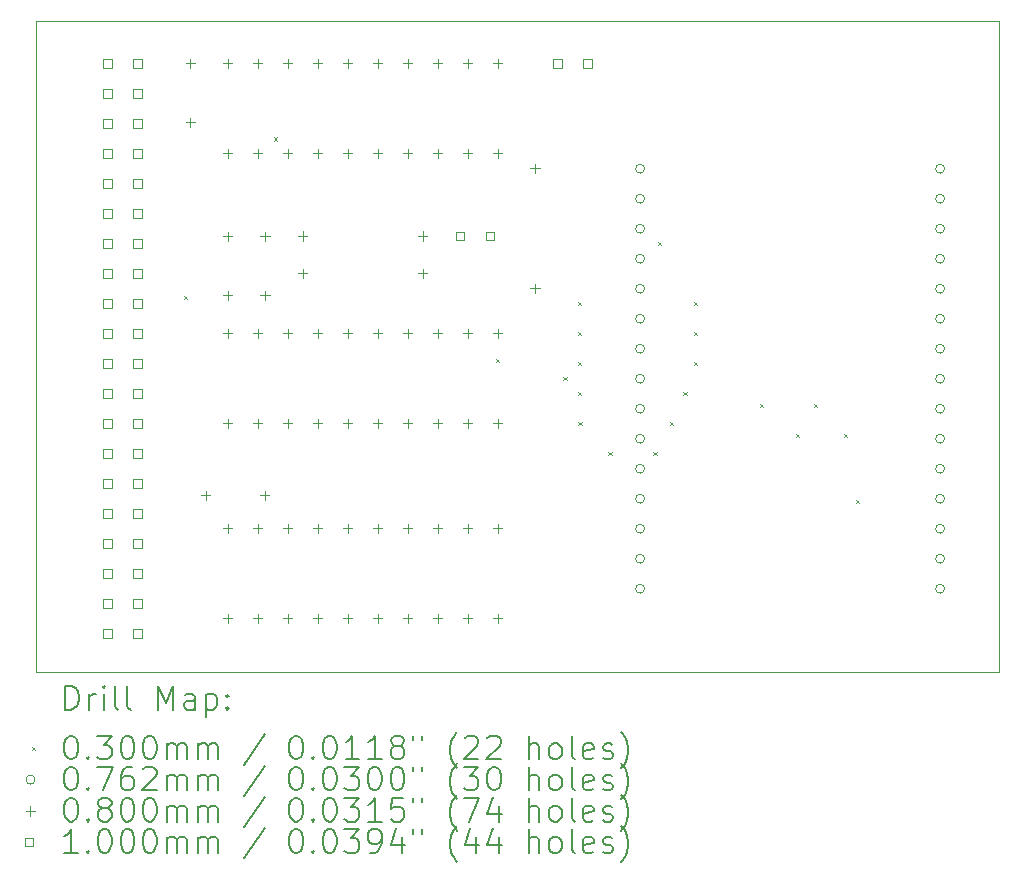
<source format=gbr>
%TF.GenerationSoftware,KiCad,Pcbnew,(6.0.8-1)-1*%
%TF.CreationDate,2022-10-09T21:52:32-07:00*%
%TF.ProjectId,PCB,5043422e-6b69-4636-9164-5f7063625858,rev?*%
%TF.SameCoordinates,Original*%
%TF.FileFunction,Drillmap*%
%TF.FilePolarity,Positive*%
%FSLAX45Y45*%
G04 Gerber Fmt 4.5, Leading zero omitted, Abs format (unit mm)*
G04 Created by KiCad (PCBNEW (6.0.8-1)-1) date 2022-10-09 21:52:32*
%MOMM*%
%LPD*%
G01*
G04 APERTURE LIST*
%ADD10C,0.100000*%
%ADD11C,0.200000*%
%ADD12C,0.030000*%
%ADD13C,0.076200*%
%ADD14C,0.080000*%
G04 APERTURE END LIST*
D10*
X4470400Y-6502400D02*
X12623800Y-6502400D01*
X12623800Y-6502400D02*
X12623800Y-12014200D01*
X12623800Y-12014200D02*
X4470400Y-12014200D01*
X4470400Y-12014200D02*
X4470400Y-6502400D01*
D11*
D12*
X5725400Y-8824200D02*
X5755400Y-8854200D01*
X5755400Y-8824200D02*
X5725400Y-8854200D01*
X6487400Y-7481750D02*
X6517400Y-7511750D01*
X6517400Y-7481750D02*
X6487400Y-7511750D01*
X8367000Y-9357600D02*
X8397000Y-9387600D01*
X8397000Y-9357600D02*
X8367000Y-9387600D01*
X8938500Y-9510000D02*
X8968500Y-9540000D01*
X8968500Y-9510000D02*
X8938500Y-9540000D01*
X9059050Y-8875000D02*
X9089050Y-8905000D01*
X9089050Y-8875000D02*
X9059050Y-8905000D01*
X9059050Y-9129000D02*
X9089050Y-9159000D01*
X9089050Y-9129000D02*
X9059050Y-9159000D01*
X9059050Y-9383000D02*
X9089050Y-9413000D01*
X9089050Y-9383000D02*
X9059050Y-9413000D01*
X9059050Y-9637000D02*
X9089050Y-9667000D01*
X9089050Y-9637000D02*
X9059050Y-9667000D01*
X9065500Y-9891000D02*
X9095500Y-9921000D01*
X9095500Y-9891000D02*
X9065500Y-9921000D01*
X9319500Y-10145000D02*
X9349500Y-10175000D01*
X9349500Y-10145000D02*
X9319500Y-10175000D01*
X9700500Y-10145000D02*
X9730500Y-10175000D01*
X9730500Y-10145000D02*
X9700500Y-10175000D01*
X9738600Y-8367000D02*
X9768600Y-8397000D01*
X9768600Y-8367000D02*
X9738600Y-8397000D01*
X9840200Y-9891000D02*
X9870200Y-9921000D01*
X9870200Y-9891000D02*
X9840200Y-9921000D01*
X9954500Y-9637000D02*
X9984500Y-9667000D01*
X9984500Y-9637000D02*
X9954500Y-9667000D01*
X10043400Y-8875000D02*
X10073400Y-8905000D01*
X10073400Y-8875000D02*
X10043400Y-8905000D01*
X10043400Y-9129000D02*
X10073400Y-9159000D01*
X10073400Y-9129000D02*
X10043400Y-9159000D01*
X10043400Y-9383000D02*
X10073400Y-9413000D01*
X10073400Y-9383000D02*
X10043400Y-9413000D01*
X10602200Y-9738600D02*
X10632200Y-9768600D01*
X10632200Y-9738600D02*
X10602200Y-9768600D01*
X10907000Y-9992600D02*
X10937000Y-10022600D01*
X10937000Y-9992600D02*
X10907000Y-10022600D01*
X11059400Y-9738600D02*
X11089400Y-9768600D01*
X11089400Y-9738600D02*
X11059400Y-9768600D01*
X11313400Y-9992600D02*
X11343400Y-10022600D01*
X11343400Y-9992600D02*
X11313400Y-10022600D01*
X11415000Y-10551400D02*
X11445000Y-10581400D01*
X11445000Y-10551400D02*
X11415000Y-10581400D01*
D13*
X9626600Y-7749500D02*
G75*
G03*
X9626600Y-7749500I-38100J0D01*
G01*
X9626600Y-8003500D02*
G75*
G03*
X9626600Y-8003500I-38100J0D01*
G01*
X9626600Y-8257500D02*
G75*
G03*
X9626600Y-8257500I-38100J0D01*
G01*
X9626600Y-8511500D02*
G75*
G03*
X9626600Y-8511500I-38100J0D01*
G01*
X9626600Y-8765500D02*
G75*
G03*
X9626600Y-8765500I-38100J0D01*
G01*
X9626600Y-9019500D02*
G75*
G03*
X9626600Y-9019500I-38100J0D01*
G01*
X9626600Y-9273500D02*
G75*
G03*
X9626600Y-9273500I-38100J0D01*
G01*
X9626600Y-9527500D02*
G75*
G03*
X9626600Y-9527500I-38100J0D01*
G01*
X9626600Y-9781500D02*
G75*
G03*
X9626600Y-9781500I-38100J0D01*
G01*
X9626600Y-10035500D02*
G75*
G03*
X9626600Y-10035500I-38100J0D01*
G01*
X9626600Y-10289500D02*
G75*
G03*
X9626600Y-10289500I-38100J0D01*
G01*
X9626600Y-10543500D02*
G75*
G03*
X9626600Y-10543500I-38100J0D01*
G01*
X9626600Y-10797500D02*
G75*
G03*
X9626600Y-10797500I-38100J0D01*
G01*
X9626600Y-11051500D02*
G75*
G03*
X9626600Y-11051500I-38100J0D01*
G01*
X9626600Y-11305500D02*
G75*
G03*
X9626600Y-11305500I-38100J0D01*
G01*
X12166600Y-7749500D02*
G75*
G03*
X12166600Y-7749500I-38100J0D01*
G01*
X12166600Y-8003500D02*
G75*
G03*
X12166600Y-8003500I-38100J0D01*
G01*
X12166600Y-8257500D02*
G75*
G03*
X12166600Y-8257500I-38100J0D01*
G01*
X12166600Y-8511500D02*
G75*
G03*
X12166600Y-8511500I-38100J0D01*
G01*
X12166600Y-8765500D02*
G75*
G03*
X12166600Y-8765500I-38100J0D01*
G01*
X12166600Y-9019500D02*
G75*
G03*
X12166600Y-9019500I-38100J0D01*
G01*
X12166600Y-9273500D02*
G75*
G03*
X12166600Y-9273500I-38100J0D01*
G01*
X12166600Y-9527500D02*
G75*
G03*
X12166600Y-9527500I-38100J0D01*
G01*
X12166600Y-9781500D02*
G75*
G03*
X12166600Y-9781500I-38100J0D01*
G01*
X12166600Y-10035500D02*
G75*
G03*
X12166600Y-10035500I-38100J0D01*
G01*
X12166600Y-10289500D02*
G75*
G03*
X12166600Y-10289500I-38100J0D01*
G01*
X12166600Y-10543500D02*
G75*
G03*
X12166600Y-10543500I-38100J0D01*
G01*
X12166600Y-10797500D02*
G75*
G03*
X12166600Y-10797500I-38100J0D01*
G01*
X12166600Y-11051500D02*
G75*
G03*
X12166600Y-11051500I-38100J0D01*
G01*
X12166600Y-11305500D02*
G75*
G03*
X12166600Y-11305500I-38100J0D01*
G01*
D14*
X5780000Y-6818000D02*
X5780000Y-6898000D01*
X5740000Y-6858000D02*
X5820000Y-6858000D01*
X5780000Y-7318000D02*
X5780000Y-7398000D01*
X5740000Y-7358000D02*
X5820000Y-7358000D01*
X5909500Y-10475600D02*
X5909500Y-10555600D01*
X5869500Y-10515600D02*
X5949500Y-10515600D01*
X6096000Y-6818000D02*
X6096000Y-6898000D01*
X6056000Y-6858000D02*
X6136000Y-6858000D01*
X6096000Y-7580000D02*
X6096000Y-7660000D01*
X6056000Y-7620000D02*
X6136000Y-7620000D01*
X6096000Y-8282500D02*
X6096000Y-8362500D01*
X6056000Y-8322500D02*
X6136000Y-8322500D01*
X6096000Y-8782500D02*
X6096000Y-8862500D01*
X6056000Y-8822500D02*
X6136000Y-8822500D01*
X6096000Y-10754000D02*
X6096000Y-10834000D01*
X6056000Y-10794000D02*
X6136000Y-10794000D01*
X6096000Y-11516000D02*
X6096000Y-11596000D01*
X6056000Y-11556000D02*
X6136000Y-11556000D01*
X6096500Y-9103000D02*
X6096500Y-9183000D01*
X6056500Y-9143000D02*
X6136500Y-9143000D01*
X6096500Y-9865000D02*
X6096500Y-9945000D01*
X6056500Y-9905000D02*
X6136500Y-9905000D01*
X6350000Y-6818000D02*
X6350000Y-6898000D01*
X6310000Y-6858000D02*
X6390000Y-6858000D01*
X6350000Y-7580000D02*
X6350000Y-7660000D01*
X6310000Y-7620000D02*
X6390000Y-7620000D01*
X6350000Y-10754000D02*
X6350000Y-10834000D01*
X6310000Y-10794000D02*
X6390000Y-10794000D01*
X6350000Y-11516000D02*
X6350000Y-11596000D01*
X6310000Y-11556000D02*
X6390000Y-11556000D01*
X6350500Y-9103000D02*
X6350500Y-9183000D01*
X6310500Y-9143000D02*
X6390500Y-9143000D01*
X6350500Y-9865000D02*
X6350500Y-9945000D01*
X6310500Y-9905000D02*
X6390500Y-9905000D01*
X6409500Y-10475600D02*
X6409500Y-10555600D01*
X6369500Y-10515600D02*
X6449500Y-10515600D01*
X6413500Y-8282500D02*
X6413500Y-8362500D01*
X6373500Y-8322500D02*
X6453500Y-8322500D01*
X6413500Y-8782500D02*
X6413500Y-8862500D01*
X6373500Y-8822500D02*
X6453500Y-8822500D01*
X6604000Y-6818000D02*
X6604000Y-6898000D01*
X6564000Y-6858000D02*
X6644000Y-6858000D01*
X6604000Y-7580000D02*
X6604000Y-7660000D01*
X6564000Y-7620000D02*
X6644000Y-7620000D01*
X6604000Y-10754000D02*
X6604000Y-10834000D01*
X6564000Y-10794000D02*
X6644000Y-10794000D01*
X6604000Y-11516000D02*
X6604000Y-11596000D01*
X6564000Y-11556000D02*
X6644000Y-11556000D01*
X6604500Y-9103000D02*
X6604500Y-9183000D01*
X6564500Y-9143000D02*
X6644500Y-9143000D01*
X6604500Y-9865000D02*
X6604500Y-9945000D01*
X6564500Y-9905000D02*
X6644500Y-9905000D01*
X6731000Y-8278500D02*
X6731000Y-8358500D01*
X6691000Y-8318500D02*
X6771000Y-8318500D01*
X6731000Y-8596000D02*
X6731000Y-8676000D01*
X6691000Y-8636000D02*
X6771000Y-8636000D01*
X6858000Y-6818000D02*
X6858000Y-6898000D01*
X6818000Y-6858000D02*
X6898000Y-6858000D01*
X6858000Y-7580000D02*
X6858000Y-7660000D01*
X6818000Y-7620000D02*
X6898000Y-7620000D01*
X6858000Y-10754000D02*
X6858000Y-10834000D01*
X6818000Y-10794000D02*
X6898000Y-10794000D01*
X6858000Y-11516000D02*
X6858000Y-11596000D01*
X6818000Y-11556000D02*
X6898000Y-11556000D01*
X6858500Y-9103000D02*
X6858500Y-9183000D01*
X6818500Y-9143000D02*
X6898500Y-9143000D01*
X6858500Y-9865000D02*
X6858500Y-9945000D01*
X6818500Y-9905000D02*
X6898500Y-9905000D01*
X7112000Y-6818000D02*
X7112000Y-6898000D01*
X7072000Y-6858000D02*
X7152000Y-6858000D01*
X7112000Y-7580000D02*
X7112000Y-7660000D01*
X7072000Y-7620000D02*
X7152000Y-7620000D01*
X7112000Y-10754000D02*
X7112000Y-10834000D01*
X7072000Y-10794000D02*
X7152000Y-10794000D01*
X7112000Y-11516000D02*
X7112000Y-11596000D01*
X7072000Y-11556000D02*
X7152000Y-11556000D01*
X7112500Y-9103000D02*
X7112500Y-9183000D01*
X7072500Y-9143000D02*
X7152500Y-9143000D01*
X7112500Y-9865000D02*
X7112500Y-9945000D01*
X7072500Y-9905000D02*
X7152500Y-9905000D01*
X7366000Y-6818000D02*
X7366000Y-6898000D01*
X7326000Y-6858000D02*
X7406000Y-6858000D01*
X7366000Y-7580000D02*
X7366000Y-7660000D01*
X7326000Y-7620000D02*
X7406000Y-7620000D01*
X7366000Y-10754000D02*
X7366000Y-10834000D01*
X7326000Y-10794000D02*
X7406000Y-10794000D01*
X7366000Y-11516000D02*
X7366000Y-11596000D01*
X7326000Y-11556000D02*
X7406000Y-11556000D01*
X7366500Y-9103000D02*
X7366500Y-9183000D01*
X7326500Y-9143000D02*
X7406500Y-9143000D01*
X7366500Y-9865000D02*
X7366500Y-9945000D01*
X7326500Y-9905000D02*
X7406500Y-9905000D01*
X7620000Y-6818000D02*
X7620000Y-6898000D01*
X7580000Y-6858000D02*
X7660000Y-6858000D01*
X7620000Y-7580000D02*
X7620000Y-7660000D01*
X7580000Y-7620000D02*
X7660000Y-7620000D01*
X7620000Y-10754000D02*
X7620000Y-10834000D01*
X7580000Y-10794000D02*
X7660000Y-10794000D01*
X7620000Y-11516000D02*
X7620000Y-11596000D01*
X7580000Y-11556000D02*
X7660000Y-11556000D01*
X7620500Y-9103000D02*
X7620500Y-9183000D01*
X7580500Y-9143000D02*
X7660500Y-9143000D01*
X7620500Y-9865000D02*
X7620500Y-9945000D01*
X7580500Y-9905000D02*
X7660500Y-9905000D01*
X7747000Y-8278500D02*
X7747000Y-8358500D01*
X7707000Y-8318500D02*
X7787000Y-8318500D01*
X7747000Y-8596000D02*
X7747000Y-8676000D01*
X7707000Y-8636000D02*
X7787000Y-8636000D01*
X7874000Y-6818000D02*
X7874000Y-6898000D01*
X7834000Y-6858000D02*
X7914000Y-6858000D01*
X7874000Y-7580000D02*
X7874000Y-7660000D01*
X7834000Y-7620000D02*
X7914000Y-7620000D01*
X7874000Y-10754000D02*
X7874000Y-10834000D01*
X7834000Y-10794000D02*
X7914000Y-10794000D01*
X7874000Y-11516000D02*
X7874000Y-11596000D01*
X7834000Y-11556000D02*
X7914000Y-11556000D01*
X7874500Y-9103000D02*
X7874500Y-9183000D01*
X7834500Y-9143000D02*
X7914500Y-9143000D01*
X7874500Y-9865000D02*
X7874500Y-9945000D01*
X7834500Y-9905000D02*
X7914500Y-9905000D01*
X8128000Y-6818000D02*
X8128000Y-6898000D01*
X8088000Y-6858000D02*
X8168000Y-6858000D01*
X8128000Y-7580000D02*
X8128000Y-7660000D01*
X8088000Y-7620000D02*
X8168000Y-7620000D01*
X8128000Y-10754000D02*
X8128000Y-10834000D01*
X8088000Y-10794000D02*
X8168000Y-10794000D01*
X8128000Y-11516000D02*
X8128000Y-11596000D01*
X8088000Y-11556000D02*
X8168000Y-11556000D01*
X8128500Y-9103000D02*
X8128500Y-9183000D01*
X8088500Y-9143000D02*
X8168500Y-9143000D01*
X8128500Y-9865000D02*
X8128500Y-9945000D01*
X8088500Y-9905000D02*
X8168500Y-9905000D01*
X8382000Y-6818000D02*
X8382000Y-6898000D01*
X8342000Y-6858000D02*
X8422000Y-6858000D01*
X8382000Y-7580000D02*
X8382000Y-7660000D01*
X8342000Y-7620000D02*
X8422000Y-7620000D01*
X8382000Y-10754000D02*
X8382000Y-10834000D01*
X8342000Y-10794000D02*
X8422000Y-10794000D01*
X8382000Y-11516000D02*
X8382000Y-11596000D01*
X8342000Y-11556000D02*
X8422000Y-11556000D01*
X8382500Y-9103000D02*
X8382500Y-9183000D01*
X8342500Y-9143000D02*
X8422500Y-9143000D01*
X8382500Y-9865000D02*
X8382500Y-9945000D01*
X8342500Y-9905000D02*
X8422500Y-9905000D01*
X8699500Y-7707000D02*
X8699500Y-7787000D01*
X8659500Y-7747000D02*
X8739500Y-7747000D01*
X8699500Y-8723000D02*
X8699500Y-8803000D01*
X8659500Y-8763000D02*
X8739500Y-8763000D01*
D10*
X5115356Y-6893356D02*
X5115356Y-6822644D01*
X5044644Y-6822644D01*
X5044644Y-6893356D01*
X5115356Y-6893356D01*
X5115356Y-7147356D02*
X5115356Y-7076644D01*
X5044644Y-7076644D01*
X5044644Y-7147356D01*
X5115356Y-7147356D01*
X5115356Y-7401356D02*
X5115356Y-7330644D01*
X5044644Y-7330644D01*
X5044644Y-7401356D01*
X5115356Y-7401356D01*
X5115356Y-7655356D02*
X5115356Y-7584644D01*
X5044644Y-7584644D01*
X5044644Y-7655356D01*
X5115356Y-7655356D01*
X5115356Y-7909356D02*
X5115356Y-7838644D01*
X5044644Y-7838644D01*
X5044644Y-7909356D01*
X5115356Y-7909356D01*
X5115356Y-8163356D02*
X5115356Y-8092644D01*
X5044644Y-8092644D01*
X5044644Y-8163356D01*
X5115356Y-8163356D01*
X5115356Y-8417356D02*
X5115356Y-8346644D01*
X5044644Y-8346644D01*
X5044644Y-8417356D01*
X5115356Y-8417356D01*
X5115356Y-8671356D02*
X5115356Y-8600644D01*
X5044644Y-8600644D01*
X5044644Y-8671356D01*
X5115356Y-8671356D01*
X5115356Y-8925356D02*
X5115356Y-8854644D01*
X5044644Y-8854644D01*
X5044644Y-8925356D01*
X5115356Y-8925356D01*
X5115356Y-9179356D02*
X5115356Y-9108644D01*
X5044644Y-9108644D01*
X5044644Y-9179356D01*
X5115356Y-9179356D01*
X5115356Y-9433356D02*
X5115356Y-9362644D01*
X5044644Y-9362644D01*
X5044644Y-9433356D01*
X5115356Y-9433356D01*
X5115356Y-9687356D02*
X5115356Y-9616644D01*
X5044644Y-9616644D01*
X5044644Y-9687356D01*
X5115356Y-9687356D01*
X5115356Y-9941356D02*
X5115356Y-9870644D01*
X5044644Y-9870644D01*
X5044644Y-9941356D01*
X5115356Y-9941356D01*
X5115356Y-10195356D02*
X5115356Y-10124644D01*
X5044644Y-10124644D01*
X5044644Y-10195356D01*
X5115356Y-10195356D01*
X5115356Y-10449356D02*
X5115356Y-10378644D01*
X5044644Y-10378644D01*
X5044644Y-10449356D01*
X5115356Y-10449356D01*
X5115356Y-10703356D02*
X5115356Y-10632644D01*
X5044644Y-10632644D01*
X5044644Y-10703356D01*
X5115356Y-10703356D01*
X5115356Y-10957356D02*
X5115356Y-10886644D01*
X5044644Y-10886644D01*
X5044644Y-10957356D01*
X5115356Y-10957356D01*
X5115356Y-11211356D02*
X5115356Y-11140644D01*
X5044644Y-11140644D01*
X5044644Y-11211356D01*
X5115356Y-11211356D01*
X5115356Y-11465356D02*
X5115356Y-11394644D01*
X5044644Y-11394644D01*
X5044644Y-11465356D01*
X5115356Y-11465356D01*
X5115356Y-11719356D02*
X5115356Y-11648644D01*
X5044644Y-11648644D01*
X5044644Y-11719356D01*
X5115356Y-11719356D01*
X5369356Y-6893356D02*
X5369356Y-6822644D01*
X5298644Y-6822644D01*
X5298644Y-6893356D01*
X5369356Y-6893356D01*
X5369356Y-7147356D02*
X5369356Y-7076644D01*
X5298644Y-7076644D01*
X5298644Y-7147356D01*
X5369356Y-7147356D01*
X5369356Y-7401356D02*
X5369356Y-7330644D01*
X5298644Y-7330644D01*
X5298644Y-7401356D01*
X5369356Y-7401356D01*
X5369356Y-7655356D02*
X5369356Y-7584644D01*
X5298644Y-7584644D01*
X5298644Y-7655356D01*
X5369356Y-7655356D01*
X5369356Y-7909356D02*
X5369356Y-7838644D01*
X5298644Y-7838644D01*
X5298644Y-7909356D01*
X5369356Y-7909356D01*
X5369356Y-8163356D02*
X5369356Y-8092644D01*
X5298644Y-8092644D01*
X5298644Y-8163356D01*
X5369356Y-8163356D01*
X5369356Y-8417356D02*
X5369356Y-8346644D01*
X5298644Y-8346644D01*
X5298644Y-8417356D01*
X5369356Y-8417356D01*
X5369356Y-8671356D02*
X5369356Y-8600644D01*
X5298644Y-8600644D01*
X5298644Y-8671356D01*
X5369356Y-8671356D01*
X5369356Y-8925356D02*
X5369356Y-8854644D01*
X5298644Y-8854644D01*
X5298644Y-8925356D01*
X5369356Y-8925356D01*
X5369356Y-9179356D02*
X5369356Y-9108644D01*
X5298644Y-9108644D01*
X5298644Y-9179356D01*
X5369356Y-9179356D01*
X5369356Y-9433356D02*
X5369356Y-9362644D01*
X5298644Y-9362644D01*
X5298644Y-9433356D01*
X5369356Y-9433356D01*
X5369356Y-9687356D02*
X5369356Y-9616644D01*
X5298644Y-9616644D01*
X5298644Y-9687356D01*
X5369356Y-9687356D01*
X5369356Y-9941356D02*
X5369356Y-9870644D01*
X5298644Y-9870644D01*
X5298644Y-9941356D01*
X5369356Y-9941356D01*
X5369356Y-10195356D02*
X5369356Y-10124644D01*
X5298644Y-10124644D01*
X5298644Y-10195356D01*
X5369356Y-10195356D01*
X5369356Y-10449356D02*
X5369356Y-10378644D01*
X5298644Y-10378644D01*
X5298644Y-10449356D01*
X5369356Y-10449356D01*
X5369356Y-10703356D02*
X5369356Y-10632644D01*
X5298644Y-10632644D01*
X5298644Y-10703356D01*
X5369356Y-10703356D01*
X5369356Y-10957356D02*
X5369356Y-10886644D01*
X5298644Y-10886644D01*
X5298644Y-10957356D01*
X5369356Y-10957356D01*
X5369356Y-11211356D02*
X5369356Y-11140644D01*
X5298644Y-11140644D01*
X5298644Y-11211356D01*
X5369356Y-11211356D01*
X5369356Y-11465356D02*
X5369356Y-11394644D01*
X5298644Y-11394644D01*
X5298644Y-11465356D01*
X5369356Y-11465356D01*
X5369356Y-11719356D02*
X5369356Y-11648644D01*
X5298644Y-11648644D01*
X5298644Y-11719356D01*
X5369356Y-11719356D01*
X8099356Y-8353856D02*
X8099356Y-8283144D01*
X8028644Y-8283144D01*
X8028644Y-8353856D01*
X8099356Y-8353856D01*
X8353356Y-8353856D02*
X8353356Y-8283144D01*
X8282644Y-8283144D01*
X8282644Y-8353856D01*
X8353356Y-8353856D01*
X8925356Y-6893356D02*
X8925356Y-6822644D01*
X8854644Y-6822644D01*
X8854644Y-6893356D01*
X8925356Y-6893356D01*
X9179356Y-6893356D02*
X9179356Y-6822644D01*
X9108644Y-6822644D01*
X9108644Y-6893356D01*
X9179356Y-6893356D01*
D11*
X4723019Y-12329676D02*
X4723019Y-12129676D01*
X4770638Y-12129676D01*
X4799210Y-12139200D01*
X4818257Y-12158248D01*
X4827781Y-12177295D01*
X4837305Y-12215390D01*
X4837305Y-12243962D01*
X4827781Y-12282057D01*
X4818257Y-12301105D01*
X4799210Y-12320152D01*
X4770638Y-12329676D01*
X4723019Y-12329676D01*
X4923019Y-12329676D02*
X4923019Y-12196343D01*
X4923019Y-12234438D02*
X4932543Y-12215390D01*
X4942067Y-12205867D01*
X4961114Y-12196343D01*
X4980162Y-12196343D01*
X5046829Y-12329676D02*
X5046829Y-12196343D01*
X5046829Y-12129676D02*
X5037305Y-12139200D01*
X5046829Y-12148724D01*
X5056352Y-12139200D01*
X5046829Y-12129676D01*
X5046829Y-12148724D01*
X5170638Y-12329676D02*
X5151590Y-12320152D01*
X5142067Y-12301105D01*
X5142067Y-12129676D01*
X5275400Y-12329676D02*
X5256352Y-12320152D01*
X5246829Y-12301105D01*
X5246829Y-12129676D01*
X5503971Y-12329676D02*
X5503971Y-12129676D01*
X5570638Y-12272533D01*
X5637305Y-12129676D01*
X5637305Y-12329676D01*
X5818257Y-12329676D02*
X5818257Y-12224914D01*
X5808733Y-12205867D01*
X5789686Y-12196343D01*
X5751590Y-12196343D01*
X5732543Y-12205867D01*
X5818257Y-12320152D02*
X5799209Y-12329676D01*
X5751590Y-12329676D01*
X5732543Y-12320152D01*
X5723019Y-12301105D01*
X5723019Y-12282057D01*
X5732543Y-12263009D01*
X5751590Y-12253486D01*
X5799209Y-12253486D01*
X5818257Y-12243962D01*
X5913495Y-12196343D02*
X5913495Y-12396343D01*
X5913495Y-12205867D02*
X5932543Y-12196343D01*
X5970638Y-12196343D01*
X5989686Y-12205867D01*
X5999209Y-12215390D01*
X6008733Y-12234438D01*
X6008733Y-12291581D01*
X5999209Y-12310628D01*
X5989686Y-12320152D01*
X5970638Y-12329676D01*
X5932543Y-12329676D01*
X5913495Y-12320152D01*
X6094448Y-12310628D02*
X6103971Y-12320152D01*
X6094448Y-12329676D01*
X6084924Y-12320152D01*
X6094448Y-12310628D01*
X6094448Y-12329676D01*
X6094448Y-12205867D02*
X6103971Y-12215390D01*
X6094448Y-12224914D01*
X6084924Y-12215390D01*
X6094448Y-12205867D01*
X6094448Y-12224914D01*
D12*
X4435400Y-12644200D02*
X4465400Y-12674200D01*
X4465400Y-12644200D02*
X4435400Y-12674200D01*
D11*
X4761114Y-12549676D02*
X4780162Y-12549676D01*
X4799210Y-12559200D01*
X4808733Y-12568724D01*
X4818257Y-12587771D01*
X4827781Y-12625867D01*
X4827781Y-12673486D01*
X4818257Y-12711581D01*
X4808733Y-12730628D01*
X4799210Y-12740152D01*
X4780162Y-12749676D01*
X4761114Y-12749676D01*
X4742067Y-12740152D01*
X4732543Y-12730628D01*
X4723019Y-12711581D01*
X4713495Y-12673486D01*
X4713495Y-12625867D01*
X4723019Y-12587771D01*
X4732543Y-12568724D01*
X4742067Y-12559200D01*
X4761114Y-12549676D01*
X4913495Y-12730628D02*
X4923019Y-12740152D01*
X4913495Y-12749676D01*
X4903971Y-12740152D01*
X4913495Y-12730628D01*
X4913495Y-12749676D01*
X4989686Y-12549676D02*
X5113495Y-12549676D01*
X5046829Y-12625867D01*
X5075400Y-12625867D01*
X5094448Y-12635390D01*
X5103971Y-12644914D01*
X5113495Y-12663962D01*
X5113495Y-12711581D01*
X5103971Y-12730628D01*
X5094448Y-12740152D01*
X5075400Y-12749676D01*
X5018257Y-12749676D01*
X4999210Y-12740152D01*
X4989686Y-12730628D01*
X5237305Y-12549676D02*
X5256352Y-12549676D01*
X5275400Y-12559200D01*
X5284924Y-12568724D01*
X5294448Y-12587771D01*
X5303971Y-12625867D01*
X5303971Y-12673486D01*
X5294448Y-12711581D01*
X5284924Y-12730628D01*
X5275400Y-12740152D01*
X5256352Y-12749676D01*
X5237305Y-12749676D01*
X5218257Y-12740152D01*
X5208733Y-12730628D01*
X5199210Y-12711581D01*
X5189686Y-12673486D01*
X5189686Y-12625867D01*
X5199210Y-12587771D01*
X5208733Y-12568724D01*
X5218257Y-12559200D01*
X5237305Y-12549676D01*
X5427781Y-12549676D02*
X5446829Y-12549676D01*
X5465876Y-12559200D01*
X5475400Y-12568724D01*
X5484924Y-12587771D01*
X5494448Y-12625867D01*
X5494448Y-12673486D01*
X5484924Y-12711581D01*
X5475400Y-12730628D01*
X5465876Y-12740152D01*
X5446829Y-12749676D01*
X5427781Y-12749676D01*
X5408733Y-12740152D01*
X5399210Y-12730628D01*
X5389686Y-12711581D01*
X5380162Y-12673486D01*
X5380162Y-12625867D01*
X5389686Y-12587771D01*
X5399210Y-12568724D01*
X5408733Y-12559200D01*
X5427781Y-12549676D01*
X5580162Y-12749676D02*
X5580162Y-12616343D01*
X5580162Y-12635390D02*
X5589686Y-12625867D01*
X5608733Y-12616343D01*
X5637305Y-12616343D01*
X5656352Y-12625867D01*
X5665876Y-12644914D01*
X5665876Y-12749676D01*
X5665876Y-12644914D02*
X5675400Y-12625867D01*
X5694448Y-12616343D01*
X5723019Y-12616343D01*
X5742067Y-12625867D01*
X5751590Y-12644914D01*
X5751590Y-12749676D01*
X5846828Y-12749676D02*
X5846828Y-12616343D01*
X5846828Y-12635390D02*
X5856352Y-12625867D01*
X5875400Y-12616343D01*
X5903971Y-12616343D01*
X5923019Y-12625867D01*
X5932543Y-12644914D01*
X5932543Y-12749676D01*
X5932543Y-12644914D02*
X5942067Y-12625867D01*
X5961114Y-12616343D01*
X5989686Y-12616343D01*
X6008733Y-12625867D01*
X6018257Y-12644914D01*
X6018257Y-12749676D01*
X6408733Y-12540152D02*
X6237305Y-12797295D01*
X6665876Y-12549676D02*
X6684924Y-12549676D01*
X6703971Y-12559200D01*
X6713495Y-12568724D01*
X6723019Y-12587771D01*
X6732543Y-12625867D01*
X6732543Y-12673486D01*
X6723019Y-12711581D01*
X6713495Y-12730628D01*
X6703971Y-12740152D01*
X6684924Y-12749676D01*
X6665876Y-12749676D01*
X6646828Y-12740152D01*
X6637305Y-12730628D01*
X6627781Y-12711581D01*
X6618257Y-12673486D01*
X6618257Y-12625867D01*
X6627781Y-12587771D01*
X6637305Y-12568724D01*
X6646828Y-12559200D01*
X6665876Y-12549676D01*
X6818257Y-12730628D02*
X6827781Y-12740152D01*
X6818257Y-12749676D01*
X6808733Y-12740152D01*
X6818257Y-12730628D01*
X6818257Y-12749676D01*
X6951590Y-12549676D02*
X6970638Y-12549676D01*
X6989686Y-12559200D01*
X6999209Y-12568724D01*
X7008733Y-12587771D01*
X7018257Y-12625867D01*
X7018257Y-12673486D01*
X7008733Y-12711581D01*
X6999209Y-12730628D01*
X6989686Y-12740152D01*
X6970638Y-12749676D01*
X6951590Y-12749676D01*
X6932543Y-12740152D01*
X6923019Y-12730628D01*
X6913495Y-12711581D01*
X6903971Y-12673486D01*
X6903971Y-12625867D01*
X6913495Y-12587771D01*
X6923019Y-12568724D01*
X6932543Y-12559200D01*
X6951590Y-12549676D01*
X7208733Y-12749676D02*
X7094448Y-12749676D01*
X7151590Y-12749676D02*
X7151590Y-12549676D01*
X7132543Y-12578248D01*
X7113495Y-12597295D01*
X7094448Y-12606819D01*
X7399209Y-12749676D02*
X7284924Y-12749676D01*
X7342067Y-12749676D02*
X7342067Y-12549676D01*
X7323019Y-12578248D01*
X7303971Y-12597295D01*
X7284924Y-12606819D01*
X7513495Y-12635390D02*
X7494448Y-12625867D01*
X7484924Y-12616343D01*
X7475400Y-12597295D01*
X7475400Y-12587771D01*
X7484924Y-12568724D01*
X7494448Y-12559200D01*
X7513495Y-12549676D01*
X7551590Y-12549676D01*
X7570638Y-12559200D01*
X7580162Y-12568724D01*
X7589686Y-12587771D01*
X7589686Y-12597295D01*
X7580162Y-12616343D01*
X7570638Y-12625867D01*
X7551590Y-12635390D01*
X7513495Y-12635390D01*
X7494448Y-12644914D01*
X7484924Y-12654438D01*
X7475400Y-12673486D01*
X7475400Y-12711581D01*
X7484924Y-12730628D01*
X7494448Y-12740152D01*
X7513495Y-12749676D01*
X7551590Y-12749676D01*
X7570638Y-12740152D01*
X7580162Y-12730628D01*
X7589686Y-12711581D01*
X7589686Y-12673486D01*
X7580162Y-12654438D01*
X7570638Y-12644914D01*
X7551590Y-12635390D01*
X7665876Y-12549676D02*
X7665876Y-12587771D01*
X7742067Y-12549676D02*
X7742067Y-12587771D01*
X8037305Y-12825867D02*
X8027781Y-12816343D01*
X8008733Y-12787771D01*
X7999209Y-12768724D01*
X7989686Y-12740152D01*
X7980162Y-12692533D01*
X7980162Y-12654438D01*
X7989686Y-12606819D01*
X7999209Y-12578248D01*
X8008733Y-12559200D01*
X8027781Y-12530628D01*
X8037305Y-12521105D01*
X8103971Y-12568724D02*
X8113495Y-12559200D01*
X8132543Y-12549676D01*
X8180162Y-12549676D01*
X8199209Y-12559200D01*
X8208733Y-12568724D01*
X8218257Y-12587771D01*
X8218257Y-12606819D01*
X8208733Y-12635390D01*
X8094448Y-12749676D01*
X8218257Y-12749676D01*
X8294448Y-12568724D02*
X8303971Y-12559200D01*
X8323019Y-12549676D01*
X8370638Y-12549676D01*
X8389686Y-12559200D01*
X8399210Y-12568724D01*
X8408733Y-12587771D01*
X8408733Y-12606819D01*
X8399210Y-12635390D01*
X8284924Y-12749676D01*
X8408733Y-12749676D01*
X8646829Y-12749676D02*
X8646829Y-12549676D01*
X8732543Y-12749676D02*
X8732543Y-12644914D01*
X8723019Y-12625867D01*
X8703971Y-12616343D01*
X8675400Y-12616343D01*
X8656352Y-12625867D01*
X8646829Y-12635390D01*
X8856352Y-12749676D02*
X8837305Y-12740152D01*
X8827781Y-12730628D01*
X8818257Y-12711581D01*
X8818257Y-12654438D01*
X8827781Y-12635390D01*
X8837305Y-12625867D01*
X8856352Y-12616343D01*
X8884924Y-12616343D01*
X8903971Y-12625867D01*
X8913495Y-12635390D01*
X8923019Y-12654438D01*
X8923019Y-12711581D01*
X8913495Y-12730628D01*
X8903971Y-12740152D01*
X8884924Y-12749676D01*
X8856352Y-12749676D01*
X9037305Y-12749676D02*
X9018257Y-12740152D01*
X9008733Y-12721105D01*
X9008733Y-12549676D01*
X9189686Y-12740152D02*
X9170638Y-12749676D01*
X9132543Y-12749676D01*
X9113495Y-12740152D01*
X9103971Y-12721105D01*
X9103971Y-12644914D01*
X9113495Y-12625867D01*
X9132543Y-12616343D01*
X9170638Y-12616343D01*
X9189686Y-12625867D01*
X9199210Y-12644914D01*
X9199210Y-12663962D01*
X9103971Y-12683009D01*
X9275400Y-12740152D02*
X9294448Y-12749676D01*
X9332543Y-12749676D01*
X9351590Y-12740152D01*
X9361114Y-12721105D01*
X9361114Y-12711581D01*
X9351590Y-12692533D01*
X9332543Y-12683009D01*
X9303971Y-12683009D01*
X9284924Y-12673486D01*
X9275400Y-12654438D01*
X9275400Y-12644914D01*
X9284924Y-12625867D01*
X9303971Y-12616343D01*
X9332543Y-12616343D01*
X9351590Y-12625867D01*
X9427781Y-12825867D02*
X9437305Y-12816343D01*
X9456352Y-12787771D01*
X9465876Y-12768724D01*
X9475400Y-12740152D01*
X9484924Y-12692533D01*
X9484924Y-12654438D01*
X9475400Y-12606819D01*
X9465876Y-12578248D01*
X9456352Y-12559200D01*
X9437305Y-12530628D01*
X9427781Y-12521105D01*
D13*
X4465400Y-12923200D02*
G75*
G03*
X4465400Y-12923200I-38100J0D01*
G01*
D11*
X4761114Y-12813676D02*
X4780162Y-12813676D01*
X4799210Y-12823200D01*
X4808733Y-12832724D01*
X4818257Y-12851771D01*
X4827781Y-12889867D01*
X4827781Y-12937486D01*
X4818257Y-12975581D01*
X4808733Y-12994628D01*
X4799210Y-13004152D01*
X4780162Y-13013676D01*
X4761114Y-13013676D01*
X4742067Y-13004152D01*
X4732543Y-12994628D01*
X4723019Y-12975581D01*
X4713495Y-12937486D01*
X4713495Y-12889867D01*
X4723019Y-12851771D01*
X4732543Y-12832724D01*
X4742067Y-12823200D01*
X4761114Y-12813676D01*
X4913495Y-12994628D02*
X4923019Y-13004152D01*
X4913495Y-13013676D01*
X4903971Y-13004152D01*
X4913495Y-12994628D01*
X4913495Y-13013676D01*
X4989686Y-12813676D02*
X5123019Y-12813676D01*
X5037305Y-13013676D01*
X5284924Y-12813676D02*
X5246829Y-12813676D01*
X5227781Y-12823200D01*
X5218257Y-12832724D01*
X5199210Y-12861295D01*
X5189686Y-12899390D01*
X5189686Y-12975581D01*
X5199210Y-12994628D01*
X5208733Y-13004152D01*
X5227781Y-13013676D01*
X5265876Y-13013676D01*
X5284924Y-13004152D01*
X5294448Y-12994628D01*
X5303971Y-12975581D01*
X5303971Y-12927962D01*
X5294448Y-12908914D01*
X5284924Y-12899390D01*
X5265876Y-12889867D01*
X5227781Y-12889867D01*
X5208733Y-12899390D01*
X5199210Y-12908914D01*
X5189686Y-12927962D01*
X5380162Y-12832724D02*
X5389686Y-12823200D01*
X5408733Y-12813676D01*
X5456352Y-12813676D01*
X5475400Y-12823200D01*
X5484924Y-12832724D01*
X5494448Y-12851771D01*
X5494448Y-12870819D01*
X5484924Y-12899390D01*
X5370638Y-13013676D01*
X5494448Y-13013676D01*
X5580162Y-13013676D02*
X5580162Y-12880343D01*
X5580162Y-12899390D02*
X5589686Y-12889867D01*
X5608733Y-12880343D01*
X5637305Y-12880343D01*
X5656352Y-12889867D01*
X5665876Y-12908914D01*
X5665876Y-13013676D01*
X5665876Y-12908914D02*
X5675400Y-12889867D01*
X5694448Y-12880343D01*
X5723019Y-12880343D01*
X5742067Y-12889867D01*
X5751590Y-12908914D01*
X5751590Y-13013676D01*
X5846828Y-13013676D02*
X5846828Y-12880343D01*
X5846828Y-12899390D02*
X5856352Y-12889867D01*
X5875400Y-12880343D01*
X5903971Y-12880343D01*
X5923019Y-12889867D01*
X5932543Y-12908914D01*
X5932543Y-13013676D01*
X5932543Y-12908914D02*
X5942067Y-12889867D01*
X5961114Y-12880343D01*
X5989686Y-12880343D01*
X6008733Y-12889867D01*
X6018257Y-12908914D01*
X6018257Y-13013676D01*
X6408733Y-12804152D02*
X6237305Y-13061295D01*
X6665876Y-12813676D02*
X6684924Y-12813676D01*
X6703971Y-12823200D01*
X6713495Y-12832724D01*
X6723019Y-12851771D01*
X6732543Y-12889867D01*
X6732543Y-12937486D01*
X6723019Y-12975581D01*
X6713495Y-12994628D01*
X6703971Y-13004152D01*
X6684924Y-13013676D01*
X6665876Y-13013676D01*
X6646828Y-13004152D01*
X6637305Y-12994628D01*
X6627781Y-12975581D01*
X6618257Y-12937486D01*
X6618257Y-12889867D01*
X6627781Y-12851771D01*
X6637305Y-12832724D01*
X6646828Y-12823200D01*
X6665876Y-12813676D01*
X6818257Y-12994628D02*
X6827781Y-13004152D01*
X6818257Y-13013676D01*
X6808733Y-13004152D01*
X6818257Y-12994628D01*
X6818257Y-13013676D01*
X6951590Y-12813676D02*
X6970638Y-12813676D01*
X6989686Y-12823200D01*
X6999209Y-12832724D01*
X7008733Y-12851771D01*
X7018257Y-12889867D01*
X7018257Y-12937486D01*
X7008733Y-12975581D01*
X6999209Y-12994628D01*
X6989686Y-13004152D01*
X6970638Y-13013676D01*
X6951590Y-13013676D01*
X6932543Y-13004152D01*
X6923019Y-12994628D01*
X6913495Y-12975581D01*
X6903971Y-12937486D01*
X6903971Y-12889867D01*
X6913495Y-12851771D01*
X6923019Y-12832724D01*
X6932543Y-12823200D01*
X6951590Y-12813676D01*
X7084924Y-12813676D02*
X7208733Y-12813676D01*
X7142067Y-12889867D01*
X7170638Y-12889867D01*
X7189686Y-12899390D01*
X7199209Y-12908914D01*
X7208733Y-12927962D01*
X7208733Y-12975581D01*
X7199209Y-12994628D01*
X7189686Y-13004152D01*
X7170638Y-13013676D01*
X7113495Y-13013676D01*
X7094448Y-13004152D01*
X7084924Y-12994628D01*
X7332543Y-12813676D02*
X7351590Y-12813676D01*
X7370638Y-12823200D01*
X7380162Y-12832724D01*
X7389686Y-12851771D01*
X7399209Y-12889867D01*
X7399209Y-12937486D01*
X7389686Y-12975581D01*
X7380162Y-12994628D01*
X7370638Y-13004152D01*
X7351590Y-13013676D01*
X7332543Y-13013676D01*
X7313495Y-13004152D01*
X7303971Y-12994628D01*
X7294448Y-12975581D01*
X7284924Y-12937486D01*
X7284924Y-12889867D01*
X7294448Y-12851771D01*
X7303971Y-12832724D01*
X7313495Y-12823200D01*
X7332543Y-12813676D01*
X7523019Y-12813676D02*
X7542067Y-12813676D01*
X7561114Y-12823200D01*
X7570638Y-12832724D01*
X7580162Y-12851771D01*
X7589686Y-12889867D01*
X7589686Y-12937486D01*
X7580162Y-12975581D01*
X7570638Y-12994628D01*
X7561114Y-13004152D01*
X7542067Y-13013676D01*
X7523019Y-13013676D01*
X7503971Y-13004152D01*
X7494448Y-12994628D01*
X7484924Y-12975581D01*
X7475400Y-12937486D01*
X7475400Y-12889867D01*
X7484924Y-12851771D01*
X7494448Y-12832724D01*
X7503971Y-12823200D01*
X7523019Y-12813676D01*
X7665876Y-12813676D02*
X7665876Y-12851771D01*
X7742067Y-12813676D02*
X7742067Y-12851771D01*
X8037305Y-13089867D02*
X8027781Y-13080343D01*
X8008733Y-13051771D01*
X7999209Y-13032724D01*
X7989686Y-13004152D01*
X7980162Y-12956533D01*
X7980162Y-12918438D01*
X7989686Y-12870819D01*
X7999209Y-12842248D01*
X8008733Y-12823200D01*
X8027781Y-12794628D01*
X8037305Y-12785105D01*
X8094448Y-12813676D02*
X8218257Y-12813676D01*
X8151590Y-12889867D01*
X8180162Y-12889867D01*
X8199209Y-12899390D01*
X8208733Y-12908914D01*
X8218257Y-12927962D01*
X8218257Y-12975581D01*
X8208733Y-12994628D01*
X8199209Y-13004152D01*
X8180162Y-13013676D01*
X8123019Y-13013676D01*
X8103971Y-13004152D01*
X8094448Y-12994628D01*
X8342067Y-12813676D02*
X8361114Y-12813676D01*
X8380162Y-12823200D01*
X8389686Y-12832724D01*
X8399210Y-12851771D01*
X8408733Y-12889867D01*
X8408733Y-12937486D01*
X8399210Y-12975581D01*
X8389686Y-12994628D01*
X8380162Y-13004152D01*
X8361114Y-13013676D01*
X8342067Y-13013676D01*
X8323019Y-13004152D01*
X8313495Y-12994628D01*
X8303971Y-12975581D01*
X8294448Y-12937486D01*
X8294448Y-12889867D01*
X8303971Y-12851771D01*
X8313495Y-12832724D01*
X8323019Y-12823200D01*
X8342067Y-12813676D01*
X8646829Y-13013676D02*
X8646829Y-12813676D01*
X8732543Y-13013676D02*
X8732543Y-12908914D01*
X8723019Y-12889867D01*
X8703971Y-12880343D01*
X8675400Y-12880343D01*
X8656352Y-12889867D01*
X8646829Y-12899390D01*
X8856352Y-13013676D02*
X8837305Y-13004152D01*
X8827781Y-12994628D01*
X8818257Y-12975581D01*
X8818257Y-12918438D01*
X8827781Y-12899390D01*
X8837305Y-12889867D01*
X8856352Y-12880343D01*
X8884924Y-12880343D01*
X8903971Y-12889867D01*
X8913495Y-12899390D01*
X8923019Y-12918438D01*
X8923019Y-12975581D01*
X8913495Y-12994628D01*
X8903971Y-13004152D01*
X8884924Y-13013676D01*
X8856352Y-13013676D01*
X9037305Y-13013676D02*
X9018257Y-13004152D01*
X9008733Y-12985105D01*
X9008733Y-12813676D01*
X9189686Y-13004152D02*
X9170638Y-13013676D01*
X9132543Y-13013676D01*
X9113495Y-13004152D01*
X9103971Y-12985105D01*
X9103971Y-12908914D01*
X9113495Y-12889867D01*
X9132543Y-12880343D01*
X9170638Y-12880343D01*
X9189686Y-12889867D01*
X9199210Y-12908914D01*
X9199210Y-12927962D01*
X9103971Y-12947009D01*
X9275400Y-13004152D02*
X9294448Y-13013676D01*
X9332543Y-13013676D01*
X9351590Y-13004152D01*
X9361114Y-12985105D01*
X9361114Y-12975581D01*
X9351590Y-12956533D01*
X9332543Y-12947009D01*
X9303971Y-12947009D01*
X9284924Y-12937486D01*
X9275400Y-12918438D01*
X9275400Y-12908914D01*
X9284924Y-12889867D01*
X9303971Y-12880343D01*
X9332543Y-12880343D01*
X9351590Y-12889867D01*
X9427781Y-13089867D02*
X9437305Y-13080343D01*
X9456352Y-13051771D01*
X9465876Y-13032724D01*
X9475400Y-13004152D01*
X9484924Y-12956533D01*
X9484924Y-12918438D01*
X9475400Y-12870819D01*
X9465876Y-12842248D01*
X9456352Y-12823200D01*
X9437305Y-12794628D01*
X9427781Y-12785105D01*
D14*
X4425400Y-13147200D02*
X4425400Y-13227200D01*
X4385400Y-13187200D02*
X4465400Y-13187200D01*
D11*
X4761114Y-13077676D02*
X4780162Y-13077676D01*
X4799210Y-13087200D01*
X4808733Y-13096724D01*
X4818257Y-13115771D01*
X4827781Y-13153867D01*
X4827781Y-13201486D01*
X4818257Y-13239581D01*
X4808733Y-13258628D01*
X4799210Y-13268152D01*
X4780162Y-13277676D01*
X4761114Y-13277676D01*
X4742067Y-13268152D01*
X4732543Y-13258628D01*
X4723019Y-13239581D01*
X4713495Y-13201486D01*
X4713495Y-13153867D01*
X4723019Y-13115771D01*
X4732543Y-13096724D01*
X4742067Y-13087200D01*
X4761114Y-13077676D01*
X4913495Y-13258628D02*
X4923019Y-13268152D01*
X4913495Y-13277676D01*
X4903971Y-13268152D01*
X4913495Y-13258628D01*
X4913495Y-13277676D01*
X5037305Y-13163390D02*
X5018257Y-13153867D01*
X5008733Y-13144343D01*
X4999210Y-13125295D01*
X4999210Y-13115771D01*
X5008733Y-13096724D01*
X5018257Y-13087200D01*
X5037305Y-13077676D01*
X5075400Y-13077676D01*
X5094448Y-13087200D01*
X5103971Y-13096724D01*
X5113495Y-13115771D01*
X5113495Y-13125295D01*
X5103971Y-13144343D01*
X5094448Y-13153867D01*
X5075400Y-13163390D01*
X5037305Y-13163390D01*
X5018257Y-13172914D01*
X5008733Y-13182438D01*
X4999210Y-13201486D01*
X4999210Y-13239581D01*
X5008733Y-13258628D01*
X5018257Y-13268152D01*
X5037305Y-13277676D01*
X5075400Y-13277676D01*
X5094448Y-13268152D01*
X5103971Y-13258628D01*
X5113495Y-13239581D01*
X5113495Y-13201486D01*
X5103971Y-13182438D01*
X5094448Y-13172914D01*
X5075400Y-13163390D01*
X5237305Y-13077676D02*
X5256352Y-13077676D01*
X5275400Y-13087200D01*
X5284924Y-13096724D01*
X5294448Y-13115771D01*
X5303971Y-13153867D01*
X5303971Y-13201486D01*
X5294448Y-13239581D01*
X5284924Y-13258628D01*
X5275400Y-13268152D01*
X5256352Y-13277676D01*
X5237305Y-13277676D01*
X5218257Y-13268152D01*
X5208733Y-13258628D01*
X5199210Y-13239581D01*
X5189686Y-13201486D01*
X5189686Y-13153867D01*
X5199210Y-13115771D01*
X5208733Y-13096724D01*
X5218257Y-13087200D01*
X5237305Y-13077676D01*
X5427781Y-13077676D02*
X5446829Y-13077676D01*
X5465876Y-13087200D01*
X5475400Y-13096724D01*
X5484924Y-13115771D01*
X5494448Y-13153867D01*
X5494448Y-13201486D01*
X5484924Y-13239581D01*
X5475400Y-13258628D01*
X5465876Y-13268152D01*
X5446829Y-13277676D01*
X5427781Y-13277676D01*
X5408733Y-13268152D01*
X5399210Y-13258628D01*
X5389686Y-13239581D01*
X5380162Y-13201486D01*
X5380162Y-13153867D01*
X5389686Y-13115771D01*
X5399210Y-13096724D01*
X5408733Y-13087200D01*
X5427781Y-13077676D01*
X5580162Y-13277676D02*
X5580162Y-13144343D01*
X5580162Y-13163390D02*
X5589686Y-13153867D01*
X5608733Y-13144343D01*
X5637305Y-13144343D01*
X5656352Y-13153867D01*
X5665876Y-13172914D01*
X5665876Y-13277676D01*
X5665876Y-13172914D02*
X5675400Y-13153867D01*
X5694448Y-13144343D01*
X5723019Y-13144343D01*
X5742067Y-13153867D01*
X5751590Y-13172914D01*
X5751590Y-13277676D01*
X5846828Y-13277676D02*
X5846828Y-13144343D01*
X5846828Y-13163390D02*
X5856352Y-13153867D01*
X5875400Y-13144343D01*
X5903971Y-13144343D01*
X5923019Y-13153867D01*
X5932543Y-13172914D01*
X5932543Y-13277676D01*
X5932543Y-13172914D02*
X5942067Y-13153867D01*
X5961114Y-13144343D01*
X5989686Y-13144343D01*
X6008733Y-13153867D01*
X6018257Y-13172914D01*
X6018257Y-13277676D01*
X6408733Y-13068152D02*
X6237305Y-13325295D01*
X6665876Y-13077676D02*
X6684924Y-13077676D01*
X6703971Y-13087200D01*
X6713495Y-13096724D01*
X6723019Y-13115771D01*
X6732543Y-13153867D01*
X6732543Y-13201486D01*
X6723019Y-13239581D01*
X6713495Y-13258628D01*
X6703971Y-13268152D01*
X6684924Y-13277676D01*
X6665876Y-13277676D01*
X6646828Y-13268152D01*
X6637305Y-13258628D01*
X6627781Y-13239581D01*
X6618257Y-13201486D01*
X6618257Y-13153867D01*
X6627781Y-13115771D01*
X6637305Y-13096724D01*
X6646828Y-13087200D01*
X6665876Y-13077676D01*
X6818257Y-13258628D02*
X6827781Y-13268152D01*
X6818257Y-13277676D01*
X6808733Y-13268152D01*
X6818257Y-13258628D01*
X6818257Y-13277676D01*
X6951590Y-13077676D02*
X6970638Y-13077676D01*
X6989686Y-13087200D01*
X6999209Y-13096724D01*
X7008733Y-13115771D01*
X7018257Y-13153867D01*
X7018257Y-13201486D01*
X7008733Y-13239581D01*
X6999209Y-13258628D01*
X6989686Y-13268152D01*
X6970638Y-13277676D01*
X6951590Y-13277676D01*
X6932543Y-13268152D01*
X6923019Y-13258628D01*
X6913495Y-13239581D01*
X6903971Y-13201486D01*
X6903971Y-13153867D01*
X6913495Y-13115771D01*
X6923019Y-13096724D01*
X6932543Y-13087200D01*
X6951590Y-13077676D01*
X7084924Y-13077676D02*
X7208733Y-13077676D01*
X7142067Y-13153867D01*
X7170638Y-13153867D01*
X7189686Y-13163390D01*
X7199209Y-13172914D01*
X7208733Y-13191962D01*
X7208733Y-13239581D01*
X7199209Y-13258628D01*
X7189686Y-13268152D01*
X7170638Y-13277676D01*
X7113495Y-13277676D01*
X7094448Y-13268152D01*
X7084924Y-13258628D01*
X7399209Y-13277676D02*
X7284924Y-13277676D01*
X7342067Y-13277676D02*
X7342067Y-13077676D01*
X7323019Y-13106248D01*
X7303971Y-13125295D01*
X7284924Y-13134819D01*
X7580162Y-13077676D02*
X7484924Y-13077676D01*
X7475400Y-13172914D01*
X7484924Y-13163390D01*
X7503971Y-13153867D01*
X7551590Y-13153867D01*
X7570638Y-13163390D01*
X7580162Y-13172914D01*
X7589686Y-13191962D01*
X7589686Y-13239581D01*
X7580162Y-13258628D01*
X7570638Y-13268152D01*
X7551590Y-13277676D01*
X7503971Y-13277676D01*
X7484924Y-13268152D01*
X7475400Y-13258628D01*
X7665876Y-13077676D02*
X7665876Y-13115771D01*
X7742067Y-13077676D02*
X7742067Y-13115771D01*
X8037305Y-13353867D02*
X8027781Y-13344343D01*
X8008733Y-13315771D01*
X7999209Y-13296724D01*
X7989686Y-13268152D01*
X7980162Y-13220533D01*
X7980162Y-13182438D01*
X7989686Y-13134819D01*
X7999209Y-13106248D01*
X8008733Y-13087200D01*
X8027781Y-13058628D01*
X8037305Y-13049105D01*
X8094448Y-13077676D02*
X8227781Y-13077676D01*
X8142067Y-13277676D01*
X8389686Y-13144343D02*
X8389686Y-13277676D01*
X8342067Y-13068152D02*
X8294448Y-13211009D01*
X8418257Y-13211009D01*
X8646829Y-13277676D02*
X8646829Y-13077676D01*
X8732543Y-13277676D02*
X8732543Y-13172914D01*
X8723019Y-13153867D01*
X8703971Y-13144343D01*
X8675400Y-13144343D01*
X8656352Y-13153867D01*
X8646829Y-13163390D01*
X8856352Y-13277676D02*
X8837305Y-13268152D01*
X8827781Y-13258628D01*
X8818257Y-13239581D01*
X8818257Y-13182438D01*
X8827781Y-13163390D01*
X8837305Y-13153867D01*
X8856352Y-13144343D01*
X8884924Y-13144343D01*
X8903971Y-13153867D01*
X8913495Y-13163390D01*
X8923019Y-13182438D01*
X8923019Y-13239581D01*
X8913495Y-13258628D01*
X8903971Y-13268152D01*
X8884924Y-13277676D01*
X8856352Y-13277676D01*
X9037305Y-13277676D02*
X9018257Y-13268152D01*
X9008733Y-13249105D01*
X9008733Y-13077676D01*
X9189686Y-13268152D02*
X9170638Y-13277676D01*
X9132543Y-13277676D01*
X9113495Y-13268152D01*
X9103971Y-13249105D01*
X9103971Y-13172914D01*
X9113495Y-13153867D01*
X9132543Y-13144343D01*
X9170638Y-13144343D01*
X9189686Y-13153867D01*
X9199210Y-13172914D01*
X9199210Y-13191962D01*
X9103971Y-13211009D01*
X9275400Y-13268152D02*
X9294448Y-13277676D01*
X9332543Y-13277676D01*
X9351590Y-13268152D01*
X9361114Y-13249105D01*
X9361114Y-13239581D01*
X9351590Y-13220533D01*
X9332543Y-13211009D01*
X9303971Y-13211009D01*
X9284924Y-13201486D01*
X9275400Y-13182438D01*
X9275400Y-13172914D01*
X9284924Y-13153867D01*
X9303971Y-13144343D01*
X9332543Y-13144343D01*
X9351590Y-13153867D01*
X9427781Y-13353867D02*
X9437305Y-13344343D01*
X9456352Y-13315771D01*
X9465876Y-13296724D01*
X9475400Y-13268152D01*
X9484924Y-13220533D01*
X9484924Y-13182438D01*
X9475400Y-13134819D01*
X9465876Y-13106248D01*
X9456352Y-13087200D01*
X9437305Y-13058628D01*
X9427781Y-13049105D01*
D10*
X4450756Y-13486556D02*
X4450756Y-13415844D01*
X4380044Y-13415844D01*
X4380044Y-13486556D01*
X4450756Y-13486556D01*
D11*
X4827781Y-13541676D02*
X4713495Y-13541676D01*
X4770638Y-13541676D02*
X4770638Y-13341676D01*
X4751590Y-13370248D01*
X4732543Y-13389295D01*
X4713495Y-13398819D01*
X4913495Y-13522628D02*
X4923019Y-13532152D01*
X4913495Y-13541676D01*
X4903971Y-13532152D01*
X4913495Y-13522628D01*
X4913495Y-13541676D01*
X5046829Y-13341676D02*
X5065876Y-13341676D01*
X5084924Y-13351200D01*
X5094448Y-13360724D01*
X5103971Y-13379771D01*
X5113495Y-13417867D01*
X5113495Y-13465486D01*
X5103971Y-13503581D01*
X5094448Y-13522628D01*
X5084924Y-13532152D01*
X5065876Y-13541676D01*
X5046829Y-13541676D01*
X5027781Y-13532152D01*
X5018257Y-13522628D01*
X5008733Y-13503581D01*
X4999210Y-13465486D01*
X4999210Y-13417867D01*
X5008733Y-13379771D01*
X5018257Y-13360724D01*
X5027781Y-13351200D01*
X5046829Y-13341676D01*
X5237305Y-13341676D02*
X5256352Y-13341676D01*
X5275400Y-13351200D01*
X5284924Y-13360724D01*
X5294448Y-13379771D01*
X5303971Y-13417867D01*
X5303971Y-13465486D01*
X5294448Y-13503581D01*
X5284924Y-13522628D01*
X5275400Y-13532152D01*
X5256352Y-13541676D01*
X5237305Y-13541676D01*
X5218257Y-13532152D01*
X5208733Y-13522628D01*
X5199210Y-13503581D01*
X5189686Y-13465486D01*
X5189686Y-13417867D01*
X5199210Y-13379771D01*
X5208733Y-13360724D01*
X5218257Y-13351200D01*
X5237305Y-13341676D01*
X5427781Y-13341676D02*
X5446829Y-13341676D01*
X5465876Y-13351200D01*
X5475400Y-13360724D01*
X5484924Y-13379771D01*
X5494448Y-13417867D01*
X5494448Y-13465486D01*
X5484924Y-13503581D01*
X5475400Y-13522628D01*
X5465876Y-13532152D01*
X5446829Y-13541676D01*
X5427781Y-13541676D01*
X5408733Y-13532152D01*
X5399210Y-13522628D01*
X5389686Y-13503581D01*
X5380162Y-13465486D01*
X5380162Y-13417867D01*
X5389686Y-13379771D01*
X5399210Y-13360724D01*
X5408733Y-13351200D01*
X5427781Y-13341676D01*
X5580162Y-13541676D02*
X5580162Y-13408343D01*
X5580162Y-13427390D02*
X5589686Y-13417867D01*
X5608733Y-13408343D01*
X5637305Y-13408343D01*
X5656352Y-13417867D01*
X5665876Y-13436914D01*
X5665876Y-13541676D01*
X5665876Y-13436914D02*
X5675400Y-13417867D01*
X5694448Y-13408343D01*
X5723019Y-13408343D01*
X5742067Y-13417867D01*
X5751590Y-13436914D01*
X5751590Y-13541676D01*
X5846828Y-13541676D02*
X5846828Y-13408343D01*
X5846828Y-13427390D02*
X5856352Y-13417867D01*
X5875400Y-13408343D01*
X5903971Y-13408343D01*
X5923019Y-13417867D01*
X5932543Y-13436914D01*
X5932543Y-13541676D01*
X5932543Y-13436914D02*
X5942067Y-13417867D01*
X5961114Y-13408343D01*
X5989686Y-13408343D01*
X6008733Y-13417867D01*
X6018257Y-13436914D01*
X6018257Y-13541676D01*
X6408733Y-13332152D02*
X6237305Y-13589295D01*
X6665876Y-13341676D02*
X6684924Y-13341676D01*
X6703971Y-13351200D01*
X6713495Y-13360724D01*
X6723019Y-13379771D01*
X6732543Y-13417867D01*
X6732543Y-13465486D01*
X6723019Y-13503581D01*
X6713495Y-13522628D01*
X6703971Y-13532152D01*
X6684924Y-13541676D01*
X6665876Y-13541676D01*
X6646828Y-13532152D01*
X6637305Y-13522628D01*
X6627781Y-13503581D01*
X6618257Y-13465486D01*
X6618257Y-13417867D01*
X6627781Y-13379771D01*
X6637305Y-13360724D01*
X6646828Y-13351200D01*
X6665876Y-13341676D01*
X6818257Y-13522628D02*
X6827781Y-13532152D01*
X6818257Y-13541676D01*
X6808733Y-13532152D01*
X6818257Y-13522628D01*
X6818257Y-13541676D01*
X6951590Y-13341676D02*
X6970638Y-13341676D01*
X6989686Y-13351200D01*
X6999209Y-13360724D01*
X7008733Y-13379771D01*
X7018257Y-13417867D01*
X7018257Y-13465486D01*
X7008733Y-13503581D01*
X6999209Y-13522628D01*
X6989686Y-13532152D01*
X6970638Y-13541676D01*
X6951590Y-13541676D01*
X6932543Y-13532152D01*
X6923019Y-13522628D01*
X6913495Y-13503581D01*
X6903971Y-13465486D01*
X6903971Y-13417867D01*
X6913495Y-13379771D01*
X6923019Y-13360724D01*
X6932543Y-13351200D01*
X6951590Y-13341676D01*
X7084924Y-13341676D02*
X7208733Y-13341676D01*
X7142067Y-13417867D01*
X7170638Y-13417867D01*
X7189686Y-13427390D01*
X7199209Y-13436914D01*
X7208733Y-13455962D01*
X7208733Y-13503581D01*
X7199209Y-13522628D01*
X7189686Y-13532152D01*
X7170638Y-13541676D01*
X7113495Y-13541676D01*
X7094448Y-13532152D01*
X7084924Y-13522628D01*
X7303971Y-13541676D02*
X7342067Y-13541676D01*
X7361114Y-13532152D01*
X7370638Y-13522628D01*
X7389686Y-13494057D01*
X7399209Y-13455962D01*
X7399209Y-13379771D01*
X7389686Y-13360724D01*
X7380162Y-13351200D01*
X7361114Y-13341676D01*
X7323019Y-13341676D01*
X7303971Y-13351200D01*
X7294448Y-13360724D01*
X7284924Y-13379771D01*
X7284924Y-13427390D01*
X7294448Y-13446438D01*
X7303971Y-13455962D01*
X7323019Y-13465486D01*
X7361114Y-13465486D01*
X7380162Y-13455962D01*
X7389686Y-13446438D01*
X7399209Y-13427390D01*
X7570638Y-13408343D02*
X7570638Y-13541676D01*
X7523019Y-13332152D02*
X7475400Y-13475009D01*
X7599209Y-13475009D01*
X7665876Y-13341676D02*
X7665876Y-13379771D01*
X7742067Y-13341676D02*
X7742067Y-13379771D01*
X8037305Y-13617867D02*
X8027781Y-13608343D01*
X8008733Y-13579771D01*
X7999209Y-13560724D01*
X7989686Y-13532152D01*
X7980162Y-13484533D01*
X7980162Y-13446438D01*
X7989686Y-13398819D01*
X7999209Y-13370248D01*
X8008733Y-13351200D01*
X8027781Y-13322628D01*
X8037305Y-13313105D01*
X8199209Y-13408343D02*
X8199209Y-13541676D01*
X8151590Y-13332152D02*
X8103971Y-13475009D01*
X8227781Y-13475009D01*
X8389686Y-13408343D02*
X8389686Y-13541676D01*
X8342067Y-13332152D02*
X8294448Y-13475009D01*
X8418257Y-13475009D01*
X8646829Y-13541676D02*
X8646829Y-13341676D01*
X8732543Y-13541676D02*
X8732543Y-13436914D01*
X8723019Y-13417867D01*
X8703971Y-13408343D01*
X8675400Y-13408343D01*
X8656352Y-13417867D01*
X8646829Y-13427390D01*
X8856352Y-13541676D02*
X8837305Y-13532152D01*
X8827781Y-13522628D01*
X8818257Y-13503581D01*
X8818257Y-13446438D01*
X8827781Y-13427390D01*
X8837305Y-13417867D01*
X8856352Y-13408343D01*
X8884924Y-13408343D01*
X8903971Y-13417867D01*
X8913495Y-13427390D01*
X8923019Y-13446438D01*
X8923019Y-13503581D01*
X8913495Y-13522628D01*
X8903971Y-13532152D01*
X8884924Y-13541676D01*
X8856352Y-13541676D01*
X9037305Y-13541676D02*
X9018257Y-13532152D01*
X9008733Y-13513105D01*
X9008733Y-13341676D01*
X9189686Y-13532152D02*
X9170638Y-13541676D01*
X9132543Y-13541676D01*
X9113495Y-13532152D01*
X9103971Y-13513105D01*
X9103971Y-13436914D01*
X9113495Y-13417867D01*
X9132543Y-13408343D01*
X9170638Y-13408343D01*
X9189686Y-13417867D01*
X9199210Y-13436914D01*
X9199210Y-13455962D01*
X9103971Y-13475009D01*
X9275400Y-13532152D02*
X9294448Y-13541676D01*
X9332543Y-13541676D01*
X9351590Y-13532152D01*
X9361114Y-13513105D01*
X9361114Y-13503581D01*
X9351590Y-13484533D01*
X9332543Y-13475009D01*
X9303971Y-13475009D01*
X9284924Y-13465486D01*
X9275400Y-13446438D01*
X9275400Y-13436914D01*
X9284924Y-13417867D01*
X9303971Y-13408343D01*
X9332543Y-13408343D01*
X9351590Y-13417867D01*
X9427781Y-13617867D02*
X9437305Y-13608343D01*
X9456352Y-13579771D01*
X9465876Y-13560724D01*
X9475400Y-13532152D01*
X9484924Y-13484533D01*
X9484924Y-13446438D01*
X9475400Y-13398819D01*
X9465876Y-13370248D01*
X9456352Y-13351200D01*
X9437305Y-13322628D01*
X9427781Y-13313105D01*
M02*

</source>
